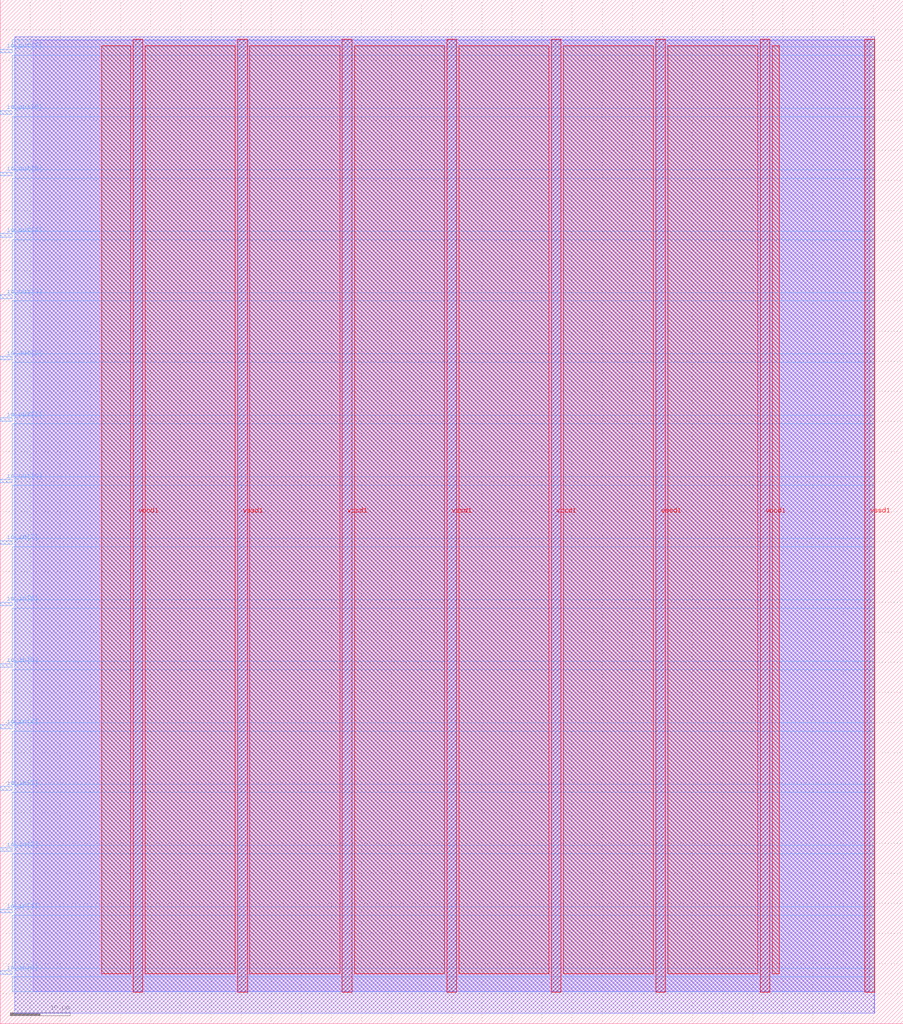
<source format=lef>
VERSION 5.7 ;
  NOWIREEXTENSIONATPIN ON ;
  DIVIDERCHAR "/" ;
  BUSBITCHARS "[]" ;
MACRO MichaelBell_hovalaag
  CLASS BLOCK ;
  FOREIGN MichaelBell_hovalaag ;
  ORIGIN 0.000 0.000 ;
  SIZE 150.000 BY 170.000 ;
  PIN io_in[0]
    DIRECTION INPUT ;
    USE SIGNAL ;
    PORT
      LAYER met3 ;
        RECT 0.000 8.200 2.000 8.800 ;
    END
  END io_in[0]
  PIN io_in[1]
    DIRECTION INPUT ;
    USE SIGNAL ;
    PORT
      LAYER met3 ;
        RECT 0.000 18.400 2.000 19.000 ;
    END
  END io_in[1]
  PIN io_in[2]
    DIRECTION INPUT ;
    USE SIGNAL ;
    PORT
      LAYER met3 ;
        RECT 0.000 28.600 2.000 29.200 ;
    END
  END io_in[2]
  PIN io_in[3]
    DIRECTION INPUT ;
    USE SIGNAL ;
    PORT
      LAYER met3 ;
        RECT 0.000 38.800 2.000 39.400 ;
    END
  END io_in[3]
  PIN io_in[4]
    DIRECTION INPUT ;
    USE SIGNAL ;
    PORT
      LAYER met3 ;
        RECT 0.000 49.000 2.000 49.600 ;
    END
  END io_in[4]
  PIN io_in[5]
    DIRECTION INPUT ;
    USE SIGNAL ;
    PORT
      LAYER met3 ;
        RECT 0.000 59.200 2.000 59.800 ;
    END
  END io_in[5]
  PIN io_in[6]
    DIRECTION INPUT ;
    USE SIGNAL ;
    PORT
      LAYER met3 ;
        RECT 0.000 69.400 2.000 70.000 ;
    END
  END io_in[6]
  PIN io_in[7]
    DIRECTION INPUT ;
    USE SIGNAL ;
    PORT
      LAYER met3 ;
        RECT 0.000 79.600 2.000 80.200 ;
    END
  END io_in[7]
  PIN io_out[0]
    DIRECTION OUTPUT TRISTATE ;
    USE SIGNAL ;
    PORT
      LAYER met3 ;
        RECT 0.000 89.800 2.000 90.400 ;
    END
  END io_out[0]
  PIN io_out[1]
    DIRECTION OUTPUT TRISTATE ;
    USE SIGNAL ;
    PORT
      LAYER met3 ;
        RECT 0.000 100.000 2.000 100.600 ;
    END
  END io_out[1]
  PIN io_out[2]
    DIRECTION OUTPUT TRISTATE ;
    USE SIGNAL ;
    PORT
      LAYER met3 ;
        RECT 0.000 110.200 2.000 110.800 ;
    END
  END io_out[2]
  PIN io_out[3]
    DIRECTION OUTPUT TRISTATE ;
    USE SIGNAL ;
    PORT
      LAYER met3 ;
        RECT 0.000 120.400 2.000 121.000 ;
    END
  END io_out[3]
  PIN io_out[4]
    DIRECTION OUTPUT TRISTATE ;
    USE SIGNAL ;
    PORT
      LAYER met3 ;
        RECT 0.000 130.600 2.000 131.200 ;
    END
  END io_out[4]
  PIN io_out[5]
    DIRECTION OUTPUT TRISTATE ;
    USE SIGNAL ;
    PORT
      LAYER met3 ;
        RECT 0.000 140.800 2.000 141.400 ;
    END
  END io_out[5]
  PIN io_out[6]
    DIRECTION OUTPUT TRISTATE ;
    USE SIGNAL ;
    PORT
      LAYER met3 ;
        RECT 0.000 151.000 2.000 151.600 ;
    END
  END io_out[6]
  PIN io_out[7]
    DIRECTION OUTPUT TRISTATE ;
    USE SIGNAL ;
    PORT
      LAYER met3 ;
        RECT 0.000 161.200 2.000 161.800 ;
    END
  END io_out[7]
  PIN vccd1
    DIRECTION INOUT ;
    USE POWER ;
    PORT
      LAYER met4 ;
        RECT 22.085 5.200 23.685 163.440 ;
    END
    PORT
      LAYER met4 ;
        RECT 56.815 5.200 58.415 163.440 ;
    END
    PORT
      LAYER met4 ;
        RECT 91.545 5.200 93.145 163.440 ;
    END
    PORT
      LAYER met4 ;
        RECT 126.275 5.200 127.875 163.440 ;
    END
  END vccd1
  PIN vssd1
    DIRECTION INOUT ;
    USE GROUND ;
    PORT
      LAYER met4 ;
        RECT 39.450 5.200 41.050 163.440 ;
    END
    PORT
      LAYER met4 ;
        RECT 74.180 5.200 75.780 163.440 ;
    END
    PORT
      LAYER met4 ;
        RECT 108.910 5.200 110.510 163.440 ;
    END
    PORT
      LAYER met4 ;
        RECT 143.640 5.200 145.240 163.440 ;
    END
  END vssd1
  OBS
      LAYER li1 ;
        RECT 5.520 5.355 144.440 163.285 ;
      LAYER met1 ;
        RECT 2.370 1.740 145.240 163.840 ;
      LAYER met2 ;
        RECT 2.390 1.710 145.210 163.870 ;
      LAYER met3 ;
        RECT 2.000 162.200 145.230 163.365 ;
        RECT 2.400 160.800 145.230 162.200 ;
        RECT 2.000 152.000 145.230 160.800 ;
        RECT 2.400 150.600 145.230 152.000 ;
        RECT 2.000 141.800 145.230 150.600 ;
        RECT 2.400 140.400 145.230 141.800 ;
        RECT 2.000 131.600 145.230 140.400 ;
        RECT 2.400 130.200 145.230 131.600 ;
        RECT 2.000 121.400 145.230 130.200 ;
        RECT 2.400 120.000 145.230 121.400 ;
        RECT 2.000 111.200 145.230 120.000 ;
        RECT 2.400 109.800 145.230 111.200 ;
        RECT 2.000 101.000 145.230 109.800 ;
        RECT 2.400 99.600 145.230 101.000 ;
        RECT 2.000 90.800 145.230 99.600 ;
        RECT 2.400 89.400 145.230 90.800 ;
        RECT 2.000 80.600 145.230 89.400 ;
        RECT 2.400 79.200 145.230 80.600 ;
        RECT 2.000 70.400 145.230 79.200 ;
        RECT 2.400 69.000 145.230 70.400 ;
        RECT 2.000 60.200 145.230 69.000 ;
        RECT 2.400 58.800 145.230 60.200 ;
        RECT 2.000 50.000 145.230 58.800 ;
        RECT 2.400 48.600 145.230 50.000 ;
        RECT 2.000 39.800 145.230 48.600 ;
        RECT 2.400 38.400 145.230 39.800 ;
        RECT 2.000 29.600 145.230 38.400 ;
        RECT 2.400 28.200 145.230 29.600 ;
        RECT 2.000 19.400 145.230 28.200 ;
        RECT 2.400 18.000 145.230 19.400 ;
        RECT 2.000 9.200 145.230 18.000 ;
        RECT 2.400 7.800 145.230 9.200 ;
        RECT 2.000 5.275 145.230 7.800 ;
      LAYER met4 ;
        RECT 16.855 8.335 21.685 162.345 ;
        RECT 24.085 8.335 39.050 162.345 ;
        RECT 41.450 8.335 56.415 162.345 ;
        RECT 58.815 8.335 73.780 162.345 ;
        RECT 76.180 8.335 91.145 162.345 ;
        RECT 93.545 8.335 108.510 162.345 ;
        RECT 110.910 8.335 125.875 162.345 ;
        RECT 128.275 8.335 129.425 162.345 ;
  END
END MichaelBell_hovalaag
END LIBRARY


</source>
